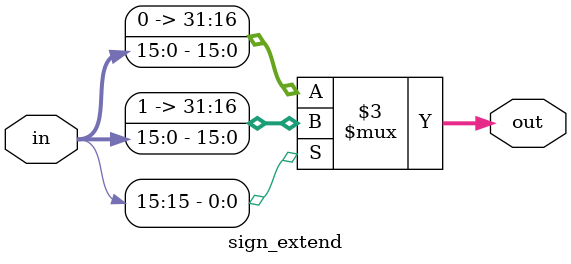
<source format=v>
module sign_extend(in,out);
input [15:0]in;
output reg [31:0]out;
always @(*) begin
    if(in[15]) begin 
        out = {16'hffff,in};
    end
    else begin
        out = {16'h0000,in};
    end
end
endmodule
</source>
